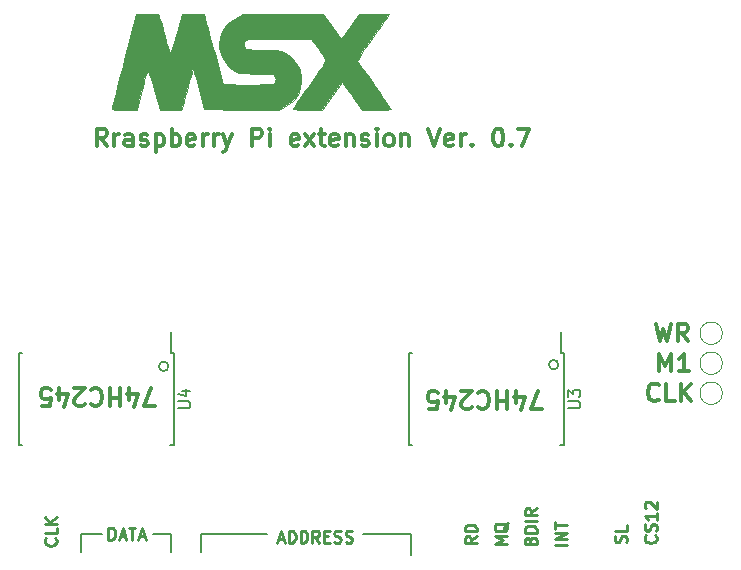
<source format=gbr>
G04 #@! TF.FileFunction,Legend,Top*
%FSLAX46Y46*%
G04 Gerber Fmt 4.6, Leading zero omitted, Abs format (unit mm)*
G04 Created by KiCad (PCBNEW 4.0.7) date 03/01/18 16:35:59*
%MOMM*%
%LPD*%
G01*
G04 APERTURE LIST*
%ADD10C,0.100000*%
%ADD11C,0.300000*%
%ADD12C,0.200000*%
%ADD13C,0.250000*%
%ADD14C,0.010000*%
%ADD15C,0.150000*%
%ADD16C,0.120000*%
G04 APERTURE END LIST*
D10*
D11*
X188591143Y-92991714D02*
X188519714Y-93063143D01*
X188305428Y-93134571D01*
X188162571Y-93134571D01*
X187948286Y-93063143D01*
X187805428Y-92920286D01*
X187734000Y-92777429D01*
X187662571Y-92491714D01*
X187662571Y-92277429D01*
X187734000Y-91991714D01*
X187805428Y-91848857D01*
X187948286Y-91706000D01*
X188162571Y-91634571D01*
X188305428Y-91634571D01*
X188519714Y-91706000D01*
X188591143Y-91777429D01*
X189948286Y-93134571D02*
X189234000Y-93134571D01*
X189234000Y-91634571D01*
X190448286Y-93134571D02*
X190448286Y-91634571D01*
X191305429Y-93134571D02*
X190662572Y-92277429D01*
X191305429Y-91634571D02*
X190448286Y-92491714D01*
X188650715Y-90594571D02*
X188650715Y-89094571D01*
X189150715Y-90166000D01*
X189650715Y-89094571D01*
X189650715Y-90594571D01*
X191150715Y-90594571D02*
X190293572Y-90594571D01*
X190722144Y-90594571D02*
X190722144Y-89094571D01*
X190579287Y-89308857D01*
X190436429Y-89451714D01*
X190293572Y-89523143D01*
X188345143Y-86554571D02*
X188702286Y-88054571D01*
X188988000Y-86983143D01*
X189273714Y-88054571D01*
X189630857Y-86554571D01*
X191059429Y-88054571D02*
X190559429Y-87340286D01*
X190202286Y-88054571D02*
X190202286Y-86554571D01*
X190773714Y-86554571D01*
X190916572Y-86626000D01*
X190988000Y-86697429D01*
X191059429Y-86840286D01*
X191059429Y-87054571D01*
X190988000Y-87197429D01*
X190916572Y-87268857D01*
X190773714Y-87340286D01*
X190202286Y-87340286D01*
D12*
X147086609Y-90170000D02*
G75*
G03X147086609Y-90170000I-401609J0D01*
G01*
D11*
X145989856Y-93531429D02*
X144989856Y-93531429D01*
X145632713Y-92031429D01*
X143775571Y-93031429D02*
X143775571Y-92031429D01*
X144132714Y-93602857D02*
X144489857Y-92531429D01*
X143561285Y-92531429D01*
X142989857Y-92031429D02*
X142989857Y-93531429D01*
X142989857Y-92817143D02*
X142132714Y-92817143D01*
X142132714Y-92031429D02*
X142132714Y-93531429D01*
X140561285Y-92174286D02*
X140632714Y-92102857D01*
X140847000Y-92031429D01*
X140989857Y-92031429D01*
X141204142Y-92102857D01*
X141347000Y-92245714D01*
X141418428Y-92388571D01*
X141489857Y-92674286D01*
X141489857Y-92888571D01*
X141418428Y-93174286D01*
X141347000Y-93317143D01*
X141204142Y-93460000D01*
X140989857Y-93531429D01*
X140847000Y-93531429D01*
X140632714Y-93460000D01*
X140561285Y-93388571D01*
X139989857Y-93388571D02*
X139918428Y-93460000D01*
X139775571Y-93531429D01*
X139418428Y-93531429D01*
X139275571Y-93460000D01*
X139204142Y-93388571D01*
X139132714Y-93245714D01*
X139132714Y-93102857D01*
X139204142Y-92888571D01*
X140061285Y-92031429D01*
X139132714Y-92031429D01*
X137847000Y-93031429D02*
X137847000Y-92031429D01*
X138204143Y-93602857D02*
X138561286Y-92531429D01*
X137632714Y-92531429D01*
X136347000Y-93531429D02*
X137061286Y-93531429D01*
X137132715Y-92817143D01*
X137061286Y-92888571D01*
X136918429Y-92960000D01*
X136561286Y-92960000D01*
X136418429Y-92888571D01*
X136347000Y-92817143D01*
X136275572Y-92674286D01*
X136275572Y-92317143D01*
X136347000Y-92174286D01*
X136418429Y-92102857D01*
X136561286Y-92031429D01*
X136918429Y-92031429D01*
X137061286Y-92102857D01*
X137132715Y-92174286D01*
D12*
X180106609Y-90043000D02*
G75*
G03X180106609Y-90043000I-401609J0D01*
G01*
X167640000Y-104394000D02*
X163576000Y-104394000D01*
X167640000Y-106172000D02*
X167640000Y-104394000D01*
D11*
X178755856Y-93785429D02*
X177755856Y-93785429D01*
X178398713Y-92285429D01*
X176541571Y-93285429D02*
X176541571Y-92285429D01*
X176898714Y-93856857D02*
X177255857Y-92785429D01*
X176327285Y-92785429D01*
X175755857Y-92285429D02*
X175755857Y-93785429D01*
X175755857Y-93071143D02*
X174898714Y-93071143D01*
X174898714Y-92285429D02*
X174898714Y-93785429D01*
X173327285Y-92428286D02*
X173398714Y-92356857D01*
X173613000Y-92285429D01*
X173755857Y-92285429D01*
X173970142Y-92356857D01*
X174113000Y-92499714D01*
X174184428Y-92642571D01*
X174255857Y-92928286D01*
X174255857Y-93142571D01*
X174184428Y-93428286D01*
X174113000Y-93571143D01*
X173970142Y-93714000D01*
X173755857Y-93785429D01*
X173613000Y-93785429D01*
X173398714Y-93714000D01*
X173327285Y-93642571D01*
X172755857Y-93642571D02*
X172684428Y-93714000D01*
X172541571Y-93785429D01*
X172184428Y-93785429D01*
X172041571Y-93714000D01*
X171970142Y-93642571D01*
X171898714Y-93499714D01*
X171898714Y-93356857D01*
X171970142Y-93142571D01*
X172827285Y-92285429D01*
X171898714Y-92285429D01*
X170613000Y-93285429D02*
X170613000Y-92285429D01*
X170970143Y-93856857D02*
X171327286Y-92785429D01*
X170398714Y-92785429D01*
X169113000Y-93785429D02*
X169827286Y-93785429D01*
X169898715Y-93071143D01*
X169827286Y-93142571D01*
X169684429Y-93214000D01*
X169327286Y-93214000D01*
X169184429Y-93142571D01*
X169113000Y-93071143D01*
X169041572Y-92928286D01*
X169041572Y-92571143D01*
X169113000Y-92428286D01*
X169184429Y-92356857D01*
X169327286Y-92285429D01*
X169684429Y-92285429D01*
X169827286Y-92356857D01*
X169898715Y-92428286D01*
D13*
X137517143Y-104735238D02*
X137564762Y-104782857D01*
X137612381Y-104925714D01*
X137612381Y-105020952D01*
X137564762Y-105163810D01*
X137469524Y-105259048D01*
X137374286Y-105306667D01*
X137183810Y-105354286D01*
X137040952Y-105354286D01*
X136850476Y-105306667D01*
X136755238Y-105259048D01*
X136660000Y-105163810D01*
X136612381Y-105020952D01*
X136612381Y-104925714D01*
X136660000Y-104782857D01*
X136707619Y-104735238D01*
X137612381Y-103830476D02*
X137612381Y-104306667D01*
X136612381Y-104306667D01*
X137612381Y-103497143D02*
X136612381Y-103497143D01*
X137612381Y-102925714D02*
X137040952Y-103354286D01*
X136612381Y-102925714D02*
X137183810Y-103497143D01*
X188317143Y-104497047D02*
X188364762Y-104544666D01*
X188412381Y-104687523D01*
X188412381Y-104782761D01*
X188364762Y-104925619D01*
X188269524Y-105020857D01*
X188174286Y-105068476D01*
X187983810Y-105116095D01*
X187840952Y-105116095D01*
X187650476Y-105068476D01*
X187555238Y-105020857D01*
X187460000Y-104925619D01*
X187412381Y-104782761D01*
X187412381Y-104687523D01*
X187460000Y-104544666D01*
X187507619Y-104497047D01*
X188364762Y-104116095D02*
X188412381Y-103973238D01*
X188412381Y-103735142D01*
X188364762Y-103639904D01*
X188317143Y-103592285D01*
X188221905Y-103544666D01*
X188126667Y-103544666D01*
X188031429Y-103592285D01*
X187983810Y-103639904D01*
X187936190Y-103735142D01*
X187888571Y-103925619D01*
X187840952Y-104020857D01*
X187793333Y-104068476D01*
X187698095Y-104116095D01*
X187602857Y-104116095D01*
X187507619Y-104068476D01*
X187460000Y-104020857D01*
X187412381Y-103925619D01*
X187412381Y-103687523D01*
X187460000Y-103544666D01*
X188412381Y-102592285D02*
X188412381Y-103163714D01*
X188412381Y-102878000D02*
X187412381Y-102878000D01*
X187555238Y-102973238D01*
X187650476Y-103068476D01*
X187698095Y-103163714D01*
X187507619Y-102211333D02*
X187460000Y-102163714D01*
X187412381Y-102068476D01*
X187412381Y-101830380D01*
X187460000Y-101735142D01*
X187507619Y-101687523D01*
X187602857Y-101639904D01*
X187698095Y-101639904D01*
X187840952Y-101687523D01*
X188412381Y-102258952D01*
X188412381Y-101639904D01*
D12*
X166878000Y-104394000D02*
X163576000Y-104394000D01*
X152146000Y-104394000D02*
X155448000Y-104394000D01*
D13*
X142010000Y-104846381D02*
X142010000Y-103846381D01*
X142248095Y-103846381D01*
X142390953Y-103894000D01*
X142486191Y-103989238D01*
X142533810Y-104084476D01*
X142581429Y-104274952D01*
X142581429Y-104417810D01*
X142533810Y-104608286D01*
X142486191Y-104703524D01*
X142390953Y-104798762D01*
X142248095Y-104846381D01*
X142010000Y-104846381D01*
X142962381Y-104560667D02*
X143438572Y-104560667D01*
X142867143Y-104846381D02*
X143200476Y-103846381D01*
X143533810Y-104846381D01*
X143724286Y-103846381D02*
X144295715Y-103846381D01*
X144010000Y-104846381D02*
X144010000Y-103846381D01*
X144581429Y-104560667D02*
X145057620Y-104560667D01*
X144486191Y-104846381D02*
X144819524Y-103846381D01*
X145152858Y-104846381D01*
D12*
X139700000Y-104394000D02*
X141478000Y-104394000D01*
X139700000Y-105918000D02*
X139700000Y-104394000D01*
X147320000Y-104394000D02*
X145796000Y-104394000D01*
X147320000Y-105918000D02*
X147320000Y-104394000D01*
X149860000Y-104394000D02*
X152146000Y-104394000D01*
X149860000Y-105918000D02*
X149860000Y-104394000D01*
D13*
X156369143Y-104814667D02*
X156845334Y-104814667D01*
X156273905Y-105100381D02*
X156607238Y-104100381D01*
X156940572Y-105100381D01*
X157273905Y-105100381D02*
X157273905Y-104100381D01*
X157512000Y-104100381D01*
X157654858Y-104148000D01*
X157750096Y-104243238D01*
X157797715Y-104338476D01*
X157845334Y-104528952D01*
X157845334Y-104671810D01*
X157797715Y-104862286D01*
X157750096Y-104957524D01*
X157654858Y-105052762D01*
X157512000Y-105100381D01*
X157273905Y-105100381D01*
X158273905Y-105100381D02*
X158273905Y-104100381D01*
X158512000Y-104100381D01*
X158654858Y-104148000D01*
X158750096Y-104243238D01*
X158797715Y-104338476D01*
X158845334Y-104528952D01*
X158845334Y-104671810D01*
X158797715Y-104862286D01*
X158750096Y-104957524D01*
X158654858Y-105052762D01*
X158512000Y-105100381D01*
X158273905Y-105100381D01*
X159845334Y-105100381D02*
X159512000Y-104624190D01*
X159273905Y-105100381D02*
X159273905Y-104100381D01*
X159654858Y-104100381D01*
X159750096Y-104148000D01*
X159797715Y-104195619D01*
X159845334Y-104290857D01*
X159845334Y-104433714D01*
X159797715Y-104528952D01*
X159750096Y-104576571D01*
X159654858Y-104624190D01*
X159273905Y-104624190D01*
X160273905Y-104576571D02*
X160607239Y-104576571D01*
X160750096Y-105100381D02*
X160273905Y-105100381D01*
X160273905Y-104100381D01*
X160750096Y-104100381D01*
X161131048Y-105052762D02*
X161273905Y-105100381D01*
X161512001Y-105100381D01*
X161607239Y-105052762D01*
X161654858Y-105005143D01*
X161702477Y-104909905D01*
X161702477Y-104814667D01*
X161654858Y-104719429D01*
X161607239Y-104671810D01*
X161512001Y-104624190D01*
X161321524Y-104576571D01*
X161226286Y-104528952D01*
X161178667Y-104481333D01*
X161131048Y-104386095D01*
X161131048Y-104290857D01*
X161178667Y-104195619D01*
X161226286Y-104148000D01*
X161321524Y-104100381D01*
X161559620Y-104100381D01*
X161702477Y-104148000D01*
X162083429Y-105052762D02*
X162226286Y-105100381D01*
X162464382Y-105100381D01*
X162559620Y-105052762D01*
X162607239Y-105005143D01*
X162654858Y-104909905D01*
X162654858Y-104814667D01*
X162607239Y-104719429D01*
X162559620Y-104671810D01*
X162464382Y-104624190D01*
X162273905Y-104576571D01*
X162178667Y-104528952D01*
X162131048Y-104481333D01*
X162083429Y-104386095D01*
X162083429Y-104290857D01*
X162131048Y-104195619D01*
X162178667Y-104148000D01*
X162273905Y-104100381D01*
X162512001Y-104100381D01*
X162654858Y-104148000D01*
X180792381Y-105298762D02*
X179792381Y-105298762D01*
X180792381Y-104822572D02*
X179792381Y-104822572D01*
X180792381Y-104251143D01*
X179792381Y-104251143D01*
X179792381Y-103917810D02*
X179792381Y-103346381D01*
X180792381Y-103632096D02*
X179792381Y-103632096D01*
X175712381Y-105251143D02*
X174712381Y-105251143D01*
X175426667Y-104917809D01*
X174712381Y-104584476D01*
X175712381Y-104584476D01*
X175807619Y-103441619D02*
X175760000Y-103536857D01*
X175664762Y-103632095D01*
X175521905Y-103774952D01*
X175474286Y-103870191D01*
X175474286Y-103965429D01*
X175712381Y-103917810D02*
X175664762Y-104013048D01*
X175569524Y-104108286D01*
X175379048Y-104155905D01*
X175045714Y-104155905D01*
X174855238Y-104108286D01*
X174760000Y-104013048D01*
X174712381Y-103917810D01*
X174712381Y-103727333D01*
X174760000Y-103632095D01*
X174855238Y-103536857D01*
X175045714Y-103489238D01*
X175379048Y-103489238D01*
X175569524Y-103536857D01*
X175664762Y-103632095D01*
X175712381Y-103727333D01*
X175712381Y-103917810D01*
X173172381Y-104584476D02*
X172696190Y-104917810D01*
X173172381Y-105155905D02*
X172172381Y-105155905D01*
X172172381Y-104774952D01*
X172220000Y-104679714D01*
X172267619Y-104632095D01*
X172362857Y-104584476D01*
X172505714Y-104584476D01*
X172600952Y-104632095D01*
X172648571Y-104679714D01*
X172696190Y-104774952D01*
X172696190Y-105155905D01*
X173172381Y-104155905D02*
X172172381Y-104155905D01*
X172172381Y-103917810D01*
X172220000Y-103774952D01*
X172315238Y-103679714D01*
X172410476Y-103632095D01*
X172600952Y-103584476D01*
X172743810Y-103584476D01*
X172934286Y-103632095D01*
X173029524Y-103679714D01*
X173124762Y-103774952D01*
X173172381Y-103917810D01*
X173172381Y-104155905D01*
X185824762Y-105084476D02*
X185872381Y-104941619D01*
X185872381Y-104703523D01*
X185824762Y-104608285D01*
X185777143Y-104560666D01*
X185681905Y-104513047D01*
X185586667Y-104513047D01*
X185491429Y-104560666D01*
X185443810Y-104608285D01*
X185396190Y-104703523D01*
X185348571Y-104894000D01*
X185300952Y-104989238D01*
X185253333Y-105036857D01*
X185158095Y-105084476D01*
X185062857Y-105084476D01*
X184967619Y-105036857D01*
X184920000Y-104989238D01*
X184872381Y-104894000D01*
X184872381Y-104655904D01*
X184920000Y-104513047D01*
X185872381Y-103608285D02*
X185872381Y-104084476D01*
X184872381Y-104084476D01*
X177728571Y-104925666D02*
X177776190Y-104782809D01*
X177823810Y-104735190D01*
X177919048Y-104687571D01*
X178061905Y-104687571D01*
X178157143Y-104735190D01*
X178204762Y-104782809D01*
X178252381Y-104878047D01*
X178252381Y-105259000D01*
X177252381Y-105259000D01*
X177252381Y-104925666D01*
X177300000Y-104830428D01*
X177347619Y-104782809D01*
X177442857Y-104735190D01*
X177538095Y-104735190D01*
X177633333Y-104782809D01*
X177680952Y-104830428D01*
X177728571Y-104925666D01*
X177728571Y-105259000D01*
X178252381Y-104259000D02*
X177252381Y-104259000D01*
X177252381Y-104020905D01*
X177300000Y-103878047D01*
X177395238Y-103782809D01*
X177490476Y-103735190D01*
X177680952Y-103687571D01*
X177823810Y-103687571D01*
X178014286Y-103735190D01*
X178109524Y-103782809D01*
X178204762Y-103878047D01*
X178252381Y-104020905D01*
X178252381Y-104259000D01*
X178252381Y-103259000D02*
X177252381Y-103259000D01*
X178252381Y-102211381D02*
X177776190Y-102544715D01*
X178252381Y-102782810D02*
X177252381Y-102782810D01*
X177252381Y-102401857D01*
X177300000Y-102306619D01*
X177347619Y-102259000D01*
X177442857Y-102211381D01*
X177585714Y-102211381D01*
X177680952Y-102259000D01*
X177728571Y-102306619D01*
X177776190Y-102401857D01*
X177776190Y-102782810D01*
D11*
X141865144Y-71544571D02*
X141365144Y-70830286D01*
X141008001Y-71544571D02*
X141008001Y-70044571D01*
X141579429Y-70044571D01*
X141722287Y-70116000D01*
X141793715Y-70187429D01*
X141865144Y-70330286D01*
X141865144Y-70544571D01*
X141793715Y-70687429D01*
X141722287Y-70758857D01*
X141579429Y-70830286D01*
X141008001Y-70830286D01*
X142508001Y-71544571D02*
X142508001Y-70544571D01*
X142508001Y-70830286D02*
X142579429Y-70687429D01*
X142650858Y-70616000D01*
X142793715Y-70544571D01*
X142936572Y-70544571D01*
X144079429Y-71544571D02*
X144079429Y-70758857D01*
X144008000Y-70616000D01*
X143865143Y-70544571D01*
X143579429Y-70544571D01*
X143436572Y-70616000D01*
X144079429Y-71473143D02*
X143936572Y-71544571D01*
X143579429Y-71544571D01*
X143436572Y-71473143D01*
X143365143Y-71330286D01*
X143365143Y-71187429D01*
X143436572Y-71044571D01*
X143579429Y-70973143D01*
X143936572Y-70973143D01*
X144079429Y-70901714D01*
X144722286Y-71473143D02*
X144865143Y-71544571D01*
X145150858Y-71544571D01*
X145293715Y-71473143D01*
X145365143Y-71330286D01*
X145365143Y-71258857D01*
X145293715Y-71116000D01*
X145150858Y-71044571D01*
X144936572Y-71044571D01*
X144793715Y-70973143D01*
X144722286Y-70830286D01*
X144722286Y-70758857D01*
X144793715Y-70616000D01*
X144936572Y-70544571D01*
X145150858Y-70544571D01*
X145293715Y-70616000D01*
X146008001Y-70544571D02*
X146008001Y-72044571D01*
X146008001Y-70616000D02*
X146150858Y-70544571D01*
X146436572Y-70544571D01*
X146579429Y-70616000D01*
X146650858Y-70687429D01*
X146722287Y-70830286D01*
X146722287Y-71258857D01*
X146650858Y-71401714D01*
X146579429Y-71473143D01*
X146436572Y-71544571D01*
X146150858Y-71544571D01*
X146008001Y-71473143D01*
X147365144Y-71544571D02*
X147365144Y-70044571D01*
X147365144Y-70616000D02*
X147508001Y-70544571D01*
X147793715Y-70544571D01*
X147936572Y-70616000D01*
X148008001Y-70687429D01*
X148079430Y-70830286D01*
X148079430Y-71258857D01*
X148008001Y-71401714D01*
X147936572Y-71473143D01*
X147793715Y-71544571D01*
X147508001Y-71544571D01*
X147365144Y-71473143D01*
X149293715Y-71473143D02*
X149150858Y-71544571D01*
X148865144Y-71544571D01*
X148722287Y-71473143D01*
X148650858Y-71330286D01*
X148650858Y-70758857D01*
X148722287Y-70616000D01*
X148865144Y-70544571D01*
X149150858Y-70544571D01*
X149293715Y-70616000D01*
X149365144Y-70758857D01*
X149365144Y-70901714D01*
X148650858Y-71044571D01*
X150008001Y-71544571D02*
X150008001Y-70544571D01*
X150008001Y-70830286D02*
X150079429Y-70687429D01*
X150150858Y-70616000D01*
X150293715Y-70544571D01*
X150436572Y-70544571D01*
X150936572Y-71544571D02*
X150936572Y-70544571D01*
X150936572Y-70830286D02*
X151008000Y-70687429D01*
X151079429Y-70616000D01*
X151222286Y-70544571D01*
X151365143Y-70544571D01*
X151722286Y-70544571D02*
X152079429Y-71544571D01*
X152436571Y-70544571D02*
X152079429Y-71544571D01*
X151936571Y-71901714D01*
X151865143Y-71973143D01*
X151722286Y-72044571D01*
X154150857Y-71544571D02*
X154150857Y-70044571D01*
X154722285Y-70044571D01*
X154865143Y-70116000D01*
X154936571Y-70187429D01*
X155008000Y-70330286D01*
X155008000Y-70544571D01*
X154936571Y-70687429D01*
X154865143Y-70758857D01*
X154722285Y-70830286D01*
X154150857Y-70830286D01*
X155650857Y-71544571D02*
X155650857Y-70544571D01*
X155650857Y-70044571D02*
X155579428Y-70116000D01*
X155650857Y-70187429D01*
X155722285Y-70116000D01*
X155650857Y-70044571D01*
X155650857Y-70187429D01*
X158079428Y-71473143D02*
X157936571Y-71544571D01*
X157650857Y-71544571D01*
X157508000Y-71473143D01*
X157436571Y-71330286D01*
X157436571Y-70758857D01*
X157508000Y-70616000D01*
X157650857Y-70544571D01*
X157936571Y-70544571D01*
X158079428Y-70616000D01*
X158150857Y-70758857D01*
X158150857Y-70901714D01*
X157436571Y-71044571D01*
X158650857Y-71544571D02*
X159436571Y-70544571D01*
X158650857Y-70544571D02*
X159436571Y-71544571D01*
X159793714Y-70544571D02*
X160365143Y-70544571D01*
X160008000Y-70044571D02*
X160008000Y-71330286D01*
X160079428Y-71473143D01*
X160222286Y-71544571D01*
X160365143Y-71544571D01*
X161436571Y-71473143D02*
X161293714Y-71544571D01*
X161008000Y-71544571D01*
X160865143Y-71473143D01*
X160793714Y-71330286D01*
X160793714Y-70758857D01*
X160865143Y-70616000D01*
X161008000Y-70544571D01*
X161293714Y-70544571D01*
X161436571Y-70616000D01*
X161508000Y-70758857D01*
X161508000Y-70901714D01*
X160793714Y-71044571D01*
X162150857Y-70544571D02*
X162150857Y-71544571D01*
X162150857Y-70687429D02*
X162222285Y-70616000D01*
X162365143Y-70544571D01*
X162579428Y-70544571D01*
X162722285Y-70616000D01*
X162793714Y-70758857D01*
X162793714Y-71544571D01*
X163436571Y-71473143D02*
X163579428Y-71544571D01*
X163865143Y-71544571D01*
X164008000Y-71473143D01*
X164079428Y-71330286D01*
X164079428Y-71258857D01*
X164008000Y-71116000D01*
X163865143Y-71044571D01*
X163650857Y-71044571D01*
X163508000Y-70973143D01*
X163436571Y-70830286D01*
X163436571Y-70758857D01*
X163508000Y-70616000D01*
X163650857Y-70544571D01*
X163865143Y-70544571D01*
X164008000Y-70616000D01*
X164722286Y-71544571D02*
X164722286Y-70544571D01*
X164722286Y-70044571D02*
X164650857Y-70116000D01*
X164722286Y-70187429D01*
X164793714Y-70116000D01*
X164722286Y-70044571D01*
X164722286Y-70187429D01*
X165650858Y-71544571D02*
X165508000Y-71473143D01*
X165436572Y-71401714D01*
X165365143Y-71258857D01*
X165365143Y-70830286D01*
X165436572Y-70687429D01*
X165508000Y-70616000D01*
X165650858Y-70544571D01*
X165865143Y-70544571D01*
X166008000Y-70616000D01*
X166079429Y-70687429D01*
X166150858Y-70830286D01*
X166150858Y-71258857D01*
X166079429Y-71401714D01*
X166008000Y-71473143D01*
X165865143Y-71544571D01*
X165650858Y-71544571D01*
X166793715Y-70544571D02*
X166793715Y-71544571D01*
X166793715Y-70687429D02*
X166865143Y-70616000D01*
X167008001Y-70544571D01*
X167222286Y-70544571D01*
X167365143Y-70616000D01*
X167436572Y-70758857D01*
X167436572Y-71544571D01*
X169079429Y-70044571D02*
X169579429Y-71544571D01*
X170079429Y-70044571D01*
X171150857Y-71473143D02*
X171008000Y-71544571D01*
X170722286Y-71544571D01*
X170579429Y-71473143D01*
X170508000Y-71330286D01*
X170508000Y-70758857D01*
X170579429Y-70616000D01*
X170722286Y-70544571D01*
X171008000Y-70544571D01*
X171150857Y-70616000D01*
X171222286Y-70758857D01*
X171222286Y-70901714D01*
X170508000Y-71044571D01*
X171865143Y-71544571D02*
X171865143Y-70544571D01*
X171865143Y-70830286D02*
X171936571Y-70687429D01*
X172008000Y-70616000D01*
X172150857Y-70544571D01*
X172293714Y-70544571D01*
X172793714Y-71401714D02*
X172865142Y-71473143D01*
X172793714Y-71544571D01*
X172722285Y-71473143D01*
X172793714Y-71401714D01*
X172793714Y-71544571D01*
X174936571Y-70044571D02*
X175079428Y-70044571D01*
X175222285Y-70116000D01*
X175293714Y-70187429D01*
X175365143Y-70330286D01*
X175436571Y-70616000D01*
X175436571Y-70973143D01*
X175365143Y-71258857D01*
X175293714Y-71401714D01*
X175222285Y-71473143D01*
X175079428Y-71544571D01*
X174936571Y-71544571D01*
X174793714Y-71473143D01*
X174722285Y-71401714D01*
X174650857Y-71258857D01*
X174579428Y-70973143D01*
X174579428Y-70616000D01*
X174650857Y-70330286D01*
X174722285Y-70187429D01*
X174793714Y-70116000D01*
X174936571Y-70044571D01*
X176079428Y-71401714D02*
X176150856Y-71473143D01*
X176079428Y-71544571D01*
X176007999Y-71473143D01*
X176079428Y-71401714D01*
X176079428Y-71544571D01*
X176650857Y-70044571D02*
X177650857Y-70044571D01*
X177008000Y-71544571D01*
D14*
G36*
X150151826Y-60639676D02*
X150195920Y-60798070D01*
X150279649Y-61097213D01*
X150396769Y-61514856D01*
X150541033Y-62028750D01*
X150706198Y-62616645D01*
X150886018Y-63256290D01*
X150990284Y-63627000D01*
X151740536Y-66294000D01*
X153787510Y-66316678D01*
X154522141Y-66320851D01*
X155119303Y-66315793D01*
X155570934Y-66301745D01*
X155868973Y-66278949D01*
X156001075Y-66250199D01*
X156120021Y-66103199D01*
X156169502Y-65875061D01*
X156142865Y-65641899D01*
X156066067Y-65506600D01*
X155947559Y-65461988D01*
X155688726Y-65430562D01*
X155280326Y-65411656D01*
X154713116Y-65404606D01*
X154647900Y-65404527D01*
X154165553Y-65398759D01*
X153718780Y-65383195D01*
X153346253Y-65359922D01*
X153086642Y-65331025D01*
X153015972Y-65316471D01*
X152538207Y-65098303D01*
X152110707Y-64731320D01*
X151752997Y-64233227D01*
X151687866Y-64112243D01*
X151528536Y-63774882D01*
X151440456Y-63498070D01*
X151403452Y-63199824D01*
X151397126Y-62930664D01*
X151464521Y-62271756D01*
X151673324Y-61702785D01*
X152026796Y-61218802D01*
X152528198Y-60814863D01*
X152940173Y-60590443D01*
X153416000Y-60367333D01*
X156802667Y-60345027D01*
X160189334Y-60322722D01*
X160951334Y-61385296D01*
X161713334Y-62447869D01*
X161898513Y-62217216D01*
X162020790Y-62055747D01*
X162211781Y-61792982D01*
X162444064Y-61467019D01*
X162660513Y-61158633D01*
X163237334Y-60330703D01*
X164486167Y-60327851D01*
X164924192Y-60329788D01*
X165295077Y-60337027D01*
X165569310Y-60348549D01*
X165717380Y-60363334D01*
X165735000Y-60370993D01*
X165687861Y-60449304D01*
X165554816Y-60647284D01*
X165348425Y-60946841D01*
X165081247Y-61329882D01*
X164765843Y-61778315D01*
X164414771Y-62274046D01*
X164379042Y-62324320D01*
X164000838Y-62862731D01*
X163674284Y-63340385D01*
X163409378Y-63741812D01*
X163216121Y-64051540D01*
X163104511Y-64254097D01*
X163081823Y-64331494D01*
X163144303Y-64424317D01*
X163291535Y-64636804D01*
X163510504Y-64950361D01*
X163788193Y-65346398D01*
X164111584Y-65806321D01*
X164467660Y-66311539D01*
X164522448Y-66389176D01*
X164879100Y-66896277D01*
X165201605Y-67358285D01*
X165477602Y-67757213D01*
X165694731Y-68075075D01*
X165840631Y-68293884D01*
X165902943Y-68395655D01*
X165904334Y-68400009D01*
X165824647Y-68418798D01*
X165605491Y-68434655D01*
X165276722Y-68446286D01*
X164868197Y-68452393D01*
X164684099Y-68453000D01*
X163463864Y-68452999D01*
X163059537Y-67881500D01*
X162805915Y-67525931D01*
X162510341Y-67115843D01*
X162231638Y-66732802D01*
X162199343Y-66688742D01*
X161743475Y-66067485D01*
X160929693Y-67260242D01*
X160115910Y-68453000D01*
X158861455Y-68453000D01*
X158422377Y-68450115D01*
X158050373Y-68442171D01*
X157774892Y-68430232D01*
X157625380Y-68415364D01*
X157607000Y-68407626D01*
X157653608Y-68329149D01*
X157785204Y-68130184D01*
X157989442Y-67828812D01*
X158253978Y-67443109D01*
X158566470Y-66991156D01*
X158914572Y-66491031D01*
X158962756Y-66422047D01*
X159317658Y-65912269D01*
X159641170Y-65443986D01*
X159920366Y-65036195D01*
X160142321Y-64707893D01*
X160294110Y-64478077D01*
X160362808Y-64365745D01*
X160364703Y-64361468D01*
X160336697Y-64248560D01*
X160225814Y-64027493D01*
X160048297Y-63727400D01*
X159820392Y-63377410D01*
X159795860Y-63341381D01*
X159180826Y-62441666D01*
X156452627Y-62441666D01*
X155662373Y-62442271D01*
X155025018Y-62445764D01*
X154524126Y-62454662D01*
X154143264Y-62471482D01*
X153865997Y-62498742D01*
X153675890Y-62538957D01*
X153556508Y-62594645D01*
X153491418Y-62668324D01*
X153464185Y-62762510D01*
X153458373Y-62879721D01*
X153458333Y-62900258D01*
X153476667Y-63067616D01*
X153546112Y-63190834D01*
X153688333Y-63276398D01*
X153924993Y-63330794D01*
X154277759Y-63360508D01*
X154768293Y-63372025D01*
X155037418Y-63372999D01*
X155666503Y-63381383D01*
X156158731Y-63411794D01*
X156545988Y-63472121D01*
X156860161Y-63570255D01*
X157133134Y-63714084D01*
X157396793Y-63911498D01*
X157470550Y-63975036D01*
X157903758Y-64460396D01*
X158185164Y-65020548D01*
X158315137Y-65656330D01*
X158324915Y-65913000D01*
X158246152Y-66581126D01*
X158019710Y-67177073D01*
X157654575Y-67686189D01*
X157159731Y-68093825D01*
X156897924Y-68239860D01*
X156457996Y-68455097D01*
X153289980Y-68432882D01*
X150121963Y-68410666D01*
X149655775Y-66657429D01*
X149517458Y-66143692D01*
X149392620Y-65692229D01*
X149287939Y-65326199D01*
X149210094Y-65068764D01*
X149165762Y-64943083D01*
X149159040Y-64934737D01*
X149131839Y-65018428D01*
X149069011Y-65236538D01*
X148978491Y-65559853D01*
X148868213Y-65959161D01*
X148746112Y-66405246D01*
X148620123Y-66868895D01*
X148498182Y-67320893D01*
X148388222Y-67732026D01*
X148298179Y-68073080D01*
X148235987Y-68314841D01*
X148209582Y-68428094D01*
X148209192Y-68431833D01*
X148130154Y-68440356D01*
X147916044Y-68447238D01*
X147601123Y-68451698D01*
X147281667Y-68453000D01*
X146354334Y-68453000D01*
X146196372Y-67923833D01*
X146114965Y-67644248D01*
X146002603Y-67249015D01*
X145872744Y-66785895D01*
X145738843Y-66302646D01*
X145707377Y-66188166D01*
X145588442Y-65765042D01*
X145482360Y-65406917D01*
X145397999Y-65142280D01*
X145344229Y-64999621D01*
X145332172Y-64982803D01*
X145300116Y-65061545D01*
X145235580Y-65281024D01*
X145144989Y-65617174D01*
X145034768Y-66045928D01*
X144911343Y-66543219D01*
X144868760Y-66718470D01*
X144449520Y-68453000D01*
X143356868Y-68453000D01*
X142889543Y-68449142D01*
X142571633Y-68436247D01*
X142383365Y-68412331D01*
X142304969Y-68375410D01*
X142302082Y-68347166D01*
X142329862Y-68246096D01*
X142394872Y-67997234D01*
X142492922Y-67616979D01*
X142619818Y-67121729D01*
X142771368Y-66527880D01*
X142943382Y-65851832D01*
X143131666Y-65109981D01*
X143332029Y-64318726D01*
X143341023Y-64283166D01*
X144342099Y-60325000D01*
X145296177Y-60325000D01*
X145715503Y-60327913D01*
X145995170Y-60339588D01*
X146164797Y-60364428D01*
X146254001Y-60406835D01*
X146292401Y-60471211D01*
X146292974Y-60473166D01*
X146328179Y-60598099D01*
X146400958Y-60858404D01*
X146503562Y-61226297D01*
X146628244Y-61673993D01*
X146767256Y-62173710D01*
X146780883Y-62222724D01*
X146918616Y-62704842D01*
X147043482Y-63116833D01*
X147148098Y-63436358D01*
X147225087Y-63641078D01*
X147267066Y-63708653D01*
X147270386Y-63704390D01*
X147306970Y-63589047D01*
X147382841Y-63338068D01*
X147489976Y-62978407D01*
X147620351Y-62537018D01*
X147765943Y-62040854D01*
X147784907Y-61976000D01*
X148255114Y-60367333D01*
X149159367Y-60343343D01*
X150063619Y-60319352D01*
X150151826Y-60639676D01*
X150151826Y-60639676D01*
G37*
X150151826Y-60639676D02*
X150195920Y-60798070D01*
X150279649Y-61097213D01*
X150396769Y-61514856D01*
X150541033Y-62028750D01*
X150706198Y-62616645D01*
X150886018Y-63256290D01*
X150990284Y-63627000D01*
X151740536Y-66294000D01*
X153787510Y-66316678D01*
X154522141Y-66320851D01*
X155119303Y-66315793D01*
X155570934Y-66301745D01*
X155868973Y-66278949D01*
X156001075Y-66250199D01*
X156120021Y-66103199D01*
X156169502Y-65875061D01*
X156142865Y-65641899D01*
X156066067Y-65506600D01*
X155947559Y-65461988D01*
X155688726Y-65430562D01*
X155280326Y-65411656D01*
X154713116Y-65404606D01*
X154647900Y-65404527D01*
X154165553Y-65398759D01*
X153718780Y-65383195D01*
X153346253Y-65359922D01*
X153086642Y-65331025D01*
X153015972Y-65316471D01*
X152538207Y-65098303D01*
X152110707Y-64731320D01*
X151752997Y-64233227D01*
X151687866Y-64112243D01*
X151528536Y-63774882D01*
X151440456Y-63498070D01*
X151403452Y-63199824D01*
X151397126Y-62930664D01*
X151464521Y-62271756D01*
X151673324Y-61702785D01*
X152026796Y-61218802D01*
X152528198Y-60814863D01*
X152940173Y-60590443D01*
X153416000Y-60367333D01*
X156802667Y-60345027D01*
X160189334Y-60322722D01*
X160951334Y-61385296D01*
X161713334Y-62447869D01*
X161898513Y-62217216D01*
X162020790Y-62055747D01*
X162211781Y-61792982D01*
X162444064Y-61467019D01*
X162660513Y-61158633D01*
X163237334Y-60330703D01*
X164486167Y-60327851D01*
X164924192Y-60329788D01*
X165295077Y-60337027D01*
X165569310Y-60348549D01*
X165717380Y-60363334D01*
X165735000Y-60370993D01*
X165687861Y-60449304D01*
X165554816Y-60647284D01*
X165348425Y-60946841D01*
X165081247Y-61329882D01*
X164765843Y-61778315D01*
X164414771Y-62274046D01*
X164379042Y-62324320D01*
X164000838Y-62862731D01*
X163674284Y-63340385D01*
X163409378Y-63741812D01*
X163216121Y-64051540D01*
X163104511Y-64254097D01*
X163081823Y-64331494D01*
X163144303Y-64424317D01*
X163291535Y-64636804D01*
X163510504Y-64950361D01*
X163788193Y-65346398D01*
X164111584Y-65806321D01*
X164467660Y-66311539D01*
X164522448Y-66389176D01*
X164879100Y-66896277D01*
X165201605Y-67358285D01*
X165477602Y-67757213D01*
X165694731Y-68075075D01*
X165840631Y-68293884D01*
X165902943Y-68395655D01*
X165904334Y-68400009D01*
X165824647Y-68418798D01*
X165605491Y-68434655D01*
X165276722Y-68446286D01*
X164868197Y-68452393D01*
X164684099Y-68453000D01*
X163463864Y-68452999D01*
X163059537Y-67881500D01*
X162805915Y-67525931D01*
X162510341Y-67115843D01*
X162231638Y-66732802D01*
X162199343Y-66688742D01*
X161743475Y-66067485D01*
X160929693Y-67260242D01*
X160115910Y-68453000D01*
X158861455Y-68453000D01*
X158422377Y-68450115D01*
X158050373Y-68442171D01*
X157774892Y-68430232D01*
X157625380Y-68415364D01*
X157607000Y-68407626D01*
X157653608Y-68329149D01*
X157785204Y-68130184D01*
X157989442Y-67828812D01*
X158253978Y-67443109D01*
X158566470Y-66991156D01*
X158914572Y-66491031D01*
X158962756Y-66422047D01*
X159317658Y-65912269D01*
X159641170Y-65443986D01*
X159920366Y-65036195D01*
X160142321Y-64707893D01*
X160294110Y-64478077D01*
X160362808Y-64365745D01*
X160364703Y-64361468D01*
X160336697Y-64248560D01*
X160225814Y-64027493D01*
X160048297Y-63727400D01*
X159820392Y-63377410D01*
X159795860Y-63341381D01*
X159180826Y-62441666D01*
X156452627Y-62441666D01*
X155662373Y-62442271D01*
X155025018Y-62445764D01*
X154524126Y-62454662D01*
X154143264Y-62471482D01*
X153865997Y-62498742D01*
X153675890Y-62538957D01*
X153556508Y-62594645D01*
X153491418Y-62668324D01*
X153464185Y-62762510D01*
X153458373Y-62879721D01*
X153458333Y-62900258D01*
X153476667Y-63067616D01*
X153546112Y-63190834D01*
X153688333Y-63276398D01*
X153924993Y-63330794D01*
X154277759Y-63360508D01*
X154768293Y-63372025D01*
X155037418Y-63372999D01*
X155666503Y-63381383D01*
X156158731Y-63411794D01*
X156545988Y-63472121D01*
X156860161Y-63570255D01*
X157133134Y-63714084D01*
X157396793Y-63911498D01*
X157470550Y-63975036D01*
X157903758Y-64460396D01*
X158185164Y-65020548D01*
X158315137Y-65656330D01*
X158324915Y-65913000D01*
X158246152Y-66581126D01*
X158019710Y-67177073D01*
X157654575Y-67686189D01*
X157159731Y-68093825D01*
X156897924Y-68239860D01*
X156457996Y-68455097D01*
X153289980Y-68432882D01*
X150121963Y-68410666D01*
X149655775Y-66657429D01*
X149517458Y-66143692D01*
X149392620Y-65692229D01*
X149287939Y-65326199D01*
X149210094Y-65068764D01*
X149165762Y-64943083D01*
X149159040Y-64934737D01*
X149131839Y-65018428D01*
X149069011Y-65236538D01*
X148978491Y-65559853D01*
X148868213Y-65959161D01*
X148746112Y-66405246D01*
X148620123Y-66868895D01*
X148498182Y-67320893D01*
X148388222Y-67732026D01*
X148298179Y-68073080D01*
X148235987Y-68314841D01*
X148209582Y-68428094D01*
X148209192Y-68431833D01*
X148130154Y-68440356D01*
X147916044Y-68447238D01*
X147601123Y-68451698D01*
X147281667Y-68453000D01*
X146354334Y-68453000D01*
X146196372Y-67923833D01*
X146114965Y-67644248D01*
X146002603Y-67249015D01*
X145872744Y-66785895D01*
X145738843Y-66302646D01*
X145707377Y-66188166D01*
X145588442Y-65765042D01*
X145482360Y-65406917D01*
X145397999Y-65142280D01*
X145344229Y-64999621D01*
X145332172Y-64982803D01*
X145300116Y-65061545D01*
X145235580Y-65281024D01*
X145144989Y-65617174D01*
X145034768Y-66045928D01*
X144911343Y-66543219D01*
X144868760Y-66718470D01*
X144449520Y-68453000D01*
X143356868Y-68453000D01*
X142889543Y-68449142D01*
X142571633Y-68436247D01*
X142383365Y-68412331D01*
X142304969Y-68375410D01*
X142302082Y-68347166D01*
X142329862Y-68246096D01*
X142394872Y-67997234D01*
X142492922Y-67616979D01*
X142619818Y-67121729D01*
X142771368Y-66527880D01*
X142943382Y-65851832D01*
X143131666Y-65109981D01*
X143332029Y-64318726D01*
X143341023Y-64283166D01*
X144342099Y-60325000D01*
X145296177Y-60325000D01*
X145715503Y-60327913D01*
X145995170Y-60339588D01*
X146164797Y-60364428D01*
X146254001Y-60406835D01*
X146292401Y-60471211D01*
X146292974Y-60473166D01*
X146328179Y-60598099D01*
X146400958Y-60858404D01*
X146503562Y-61226297D01*
X146628244Y-61673993D01*
X146767256Y-62173710D01*
X146780883Y-62222724D01*
X146918616Y-62704842D01*
X147043482Y-63116833D01*
X147148098Y-63436358D01*
X147225087Y-63641078D01*
X147267066Y-63708653D01*
X147270386Y-63704390D01*
X147306970Y-63589047D01*
X147382841Y-63338068D01*
X147489976Y-62978407D01*
X147620351Y-62537018D01*
X147765943Y-62040854D01*
X147784907Y-61976000D01*
X148255114Y-60367333D01*
X149159367Y-60343343D01*
X150063619Y-60319352D01*
X150151826Y-60639676D01*
D15*
X180565000Y-89089000D02*
X180315000Y-89089000D01*
X180565000Y-96839000D02*
X180230000Y-96839000D01*
X167415000Y-96839000D02*
X167750000Y-96839000D01*
X167415000Y-89089000D02*
X167750000Y-89089000D01*
X180565000Y-89089000D02*
X180565000Y-96839000D01*
X167415000Y-89089000D02*
X167415000Y-96839000D01*
X180315000Y-89089000D02*
X180315000Y-87289000D01*
X147545000Y-89089000D02*
X147295000Y-89089000D01*
X147545000Y-96839000D02*
X147210000Y-96839000D01*
X134395000Y-96839000D02*
X134730000Y-96839000D01*
X134395000Y-89089000D02*
X134730000Y-89089000D01*
X147545000Y-89089000D02*
X147545000Y-96839000D01*
X134395000Y-89089000D02*
X134395000Y-96839000D01*
X147295000Y-89089000D02*
X147295000Y-87289000D01*
D16*
X193990000Y-92456000D02*
G75*
G03X193990000Y-92456000I-950000J0D01*
G01*
X193990000Y-89916000D02*
G75*
G03X193990000Y-89916000I-950000J0D01*
G01*
X193990000Y-87376000D02*
G75*
G03X193990000Y-87376000I-950000J0D01*
G01*
D15*
X180942381Y-93725905D02*
X181751905Y-93725905D01*
X181847143Y-93678286D01*
X181894762Y-93630667D01*
X181942381Y-93535429D01*
X181942381Y-93344952D01*
X181894762Y-93249714D01*
X181847143Y-93202095D01*
X181751905Y-93154476D01*
X180942381Y-93154476D01*
X180942381Y-92773524D02*
X180942381Y-92154476D01*
X181323333Y-92487810D01*
X181323333Y-92344952D01*
X181370952Y-92249714D01*
X181418571Y-92202095D01*
X181513810Y-92154476D01*
X181751905Y-92154476D01*
X181847143Y-92202095D01*
X181894762Y-92249714D01*
X181942381Y-92344952D01*
X181942381Y-92630667D01*
X181894762Y-92725905D01*
X181847143Y-92773524D01*
X147922381Y-93725905D02*
X148731905Y-93725905D01*
X148827143Y-93678286D01*
X148874762Y-93630667D01*
X148922381Y-93535429D01*
X148922381Y-93344952D01*
X148874762Y-93249714D01*
X148827143Y-93202095D01*
X148731905Y-93154476D01*
X147922381Y-93154476D01*
X148255714Y-92249714D02*
X148922381Y-92249714D01*
X147874762Y-92487810D02*
X148589048Y-92725905D01*
X148589048Y-92106857D01*
M02*

</source>
